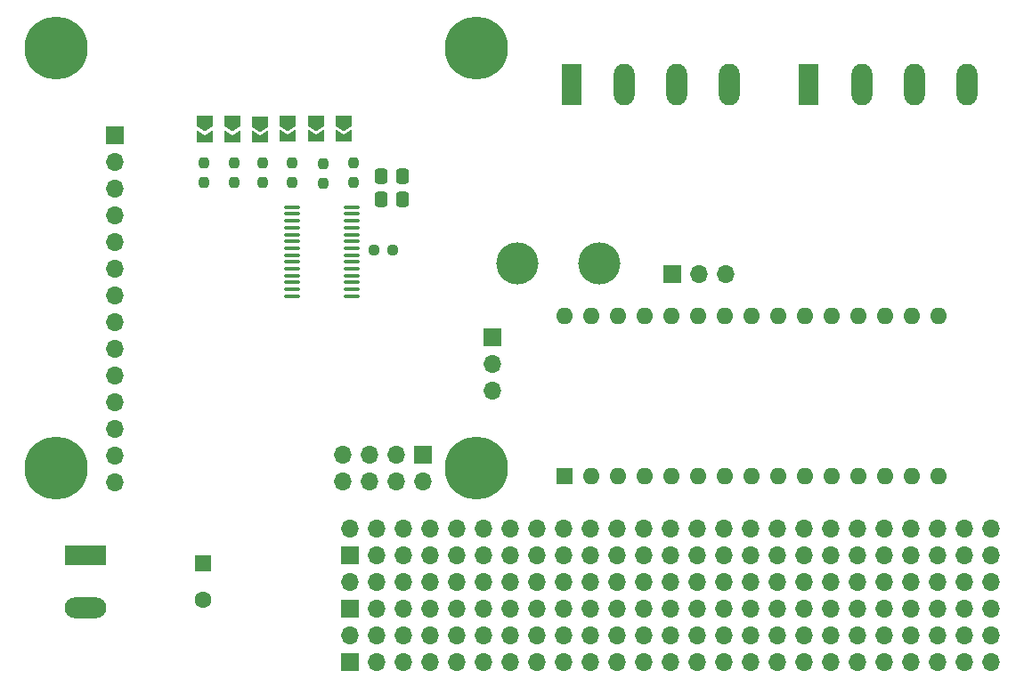
<source format=gbr>
%TF.GenerationSoftware,KiCad,Pcbnew,8.0.1*%
%TF.CreationDate,2024-04-22T23:19:20-07:00*%
%TF.ProjectId,ThrottleControlBoard,5468726f-7474-46c6-9543-6f6e74726f6c,rev?*%
%TF.SameCoordinates,Original*%
%TF.FileFunction,Soldermask,Top*%
%TF.FilePolarity,Negative*%
%FSLAX46Y46*%
G04 Gerber Fmt 4.6, Leading zero omitted, Abs format (unit mm)*
G04 Created by KiCad (PCBNEW 8.0.1) date 2024-04-22 23:19:20*
%MOMM*%
%LPD*%
G01*
G04 APERTURE LIST*
G04 Aperture macros list*
%AMRoundRect*
0 Rectangle with rounded corners*
0 $1 Rounding radius*
0 $2 $3 $4 $5 $6 $7 $8 $9 X,Y pos of 4 corners*
0 Add a 4 corners polygon primitive as box body*
4,1,4,$2,$3,$4,$5,$6,$7,$8,$9,$2,$3,0*
0 Add four circle primitives for the rounded corners*
1,1,$1+$1,$2,$3*
1,1,$1+$1,$4,$5*
1,1,$1+$1,$6,$7*
1,1,$1+$1,$8,$9*
0 Add four rect primitives between the rounded corners*
20,1,$1+$1,$2,$3,$4,$5,0*
20,1,$1+$1,$4,$5,$6,$7,0*
20,1,$1+$1,$6,$7,$8,$9,0*
20,1,$1+$1,$8,$9,$2,$3,0*%
%AMFreePoly0*
4,1,6,0.500000,-0.750000,-0.650000,-0.750000,-0.150000,0.000000,-0.650000,0.750000,0.500000,0.750000,0.500000,-0.750000,0.500000,-0.750000,$1*%
%AMFreePoly1*
4,1,6,1.000000,0.000000,0.500000,-0.750000,-0.500000,-0.750000,-0.500000,0.750000,0.500000,0.750000,1.000000,0.000000,1.000000,0.000000,$1*%
G04 Aperture macros list end*
%ADD10R,1.700000X1.700000*%
%ADD11O,1.700000X1.700000*%
%ADD12C,4.000000*%
%ADD13R,1.600000X1.600000*%
%ADD14C,1.600000*%
%ADD15RoundRect,0.250000X-0.337500X-0.475000X0.337500X-0.475000X0.337500X0.475000X-0.337500X0.475000X0*%
%ADD16RoundRect,0.237500X-0.250000X-0.237500X0.250000X-0.237500X0.250000X0.237500X-0.250000X0.237500X0*%
%ADD17FreePoly0,270.000000*%
%ADD18FreePoly1,270.000000*%
%ADD19R,3.960000X1.980000*%
%ADD20O,3.960000X1.980000*%
%ADD21O,1.980000X3.960000*%
%ADD22R,1.980000X3.960000*%
%ADD23RoundRect,0.237500X0.237500X-0.250000X0.237500X0.250000X-0.237500X0.250000X-0.237500X-0.250000X0*%
%ADD24C,6.000000*%
%ADD25RoundRect,0.100000X-0.637500X-0.100000X0.637500X-0.100000X0.637500X0.100000X-0.637500X0.100000X0*%
%ADD26O,1.600000X1.600000*%
G04 APERTURE END LIST*
D10*
%TO.C,J6*%
X27940000Y-58420000D03*
D11*
X27940000Y-55880000D03*
X30480000Y-58420000D03*
X30480000Y-55880000D03*
X33020000Y-58420000D03*
X33020000Y-55880000D03*
X35560000Y-58420000D03*
X35560000Y-55880000D03*
X38100000Y-58420000D03*
X38100000Y-55880000D03*
X40640000Y-58420000D03*
X40640000Y-55880000D03*
X43180000Y-58420000D03*
X43180000Y-55880000D03*
X45720000Y-58420000D03*
X45720000Y-55880000D03*
X48260000Y-58420000D03*
X48260000Y-55880000D03*
X50800000Y-58420000D03*
X50800000Y-55880000D03*
X53340000Y-58420000D03*
X53340000Y-55880000D03*
X55880000Y-58420000D03*
X55880000Y-55880000D03*
X58420000Y-58420000D03*
X58420000Y-55880000D03*
X60960000Y-58420000D03*
X60960000Y-55880000D03*
X63500000Y-58420000D03*
X63500000Y-55880000D03*
X66040000Y-58420000D03*
X66040000Y-55880000D03*
X68580000Y-58420000D03*
X68580000Y-55880000D03*
X71120000Y-58420000D03*
X71120000Y-55880000D03*
X73660000Y-58420000D03*
X73660000Y-55880000D03*
X76200000Y-58420000D03*
X76200000Y-55880000D03*
X78740000Y-58420000D03*
X78740000Y-55880000D03*
X81280000Y-58420000D03*
X81280000Y-55880000D03*
X83820000Y-58420000D03*
X83820000Y-55880000D03*
X86360000Y-58420000D03*
X86360000Y-55880000D03*
X88900000Y-58420000D03*
X88900000Y-55880000D03*
%TD*%
D10*
%TO.C,J7*%
X27940000Y-53340000D03*
D11*
X27940000Y-50800000D03*
X30480000Y-53340000D03*
X30480000Y-50800000D03*
X33020000Y-53340000D03*
X33020000Y-50800000D03*
X35560000Y-53340000D03*
X35560000Y-50800000D03*
X38100000Y-53340000D03*
X38100000Y-50800000D03*
X40640000Y-53340000D03*
X40640000Y-50800000D03*
X43180000Y-53340000D03*
X43180000Y-50800000D03*
X45720000Y-53340000D03*
X45720000Y-50800000D03*
X48260000Y-53340000D03*
X48260000Y-50800000D03*
X50800000Y-53340000D03*
X50800000Y-50800000D03*
X53340000Y-53340000D03*
X53340000Y-50800000D03*
X55880000Y-53340000D03*
X55880000Y-50800000D03*
X58420000Y-53340000D03*
X58420000Y-50800000D03*
X60960000Y-53340000D03*
X60960000Y-50800000D03*
X63500000Y-53340000D03*
X63500000Y-50800000D03*
X66040000Y-53340000D03*
X66040000Y-50800000D03*
X68580000Y-53340000D03*
X68580000Y-50800000D03*
X71120000Y-53340000D03*
X71120000Y-50800000D03*
X73660000Y-53340000D03*
X73660000Y-50800000D03*
X76200000Y-53340000D03*
X76200000Y-50800000D03*
X78740000Y-53340000D03*
X78740000Y-50800000D03*
X81280000Y-53340000D03*
X81280000Y-50800000D03*
X83820000Y-53340000D03*
X83820000Y-50800000D03*
X86360000Y-53340000D03*
X86360000Y-50800000D03*
X88900000Y-53340000D03*
X88900000Y-50800000D03*
%TD*%
D10*
%TO.C,J10*%
X27940000Y-48260000D03*
D11*
X27940000Y-45720000D03*
X30480000Y-48260000D03*
X30480000Y-45720000D03*
X33020000Y-48260000D03*
X33020000Y-45720000D03*
X35560000Y-48260000D03*
X35560000Y-45720000D03*
X38100000Y-48260000D03*
X38100000Y-45720000D03*
X40640000Y-48260000D03*
X40640000Y-45720000D03*
X43180000Y-48260000D03*
X43180000Y-45720000D03*
X45720000Y-48260000D03*
X45720000Y-45720000D03*
X48260000Y-48260000D03*
X48260000Y-45720000D03*
X50800000Y-48260000D03*
X50800000Y-45720000D03*
X53340000Y-48260000D03*
X53340000Y-45720000D03*
X55880000Y-48260000D03*
X55880000Y-45720000D03*
X58420000Y-48260000D03*
X58420000Y-45720000D03*
X60960000Y-48260000D03*
X60960000Y-45720000D03*
X63500000Y-48260000D03*
X63500000Y-45720000D03*
X66040000Y-48260000D03*
X66040000Y-45720000D03*
X68580000Y-48260000D03*
X68580000Y-45720000D03*
X71120000Y-48260000D03*
X71120000Y-45720000D03*
X73660000Y-48260000D03*
X73660000Y-45720000D03*
X76200000Y-48260000D03*
X76200000Y-45720000D03*
X78740000Y-48260000D03*
X78740000Y-45720000D03*
X81280000Y-48260000D03*
X81280000Y-45720000D03*
X83820000Y-48260000D03*
X83820000Y-45720000D03*
X86360000Y-48260000D03*
X86360000Y-45720000D03*
X88900000Y-48260000D03*
X88900000Y-45720000D03*
%TD*%
D12*
%TO.C,TP2*%
X43870000Y-20490000D03*
%TD*%
%TO.C,TP1*%
X51670000Y-20540000D03*
%TD*%
D11*
%TO.C,RV1*%
X63670000Y-21510000D03*
X61130000Y-21510000D03*
D10*
X58590000Y-21510000D03*
%TD*%
D13*
%TO.C,C8*%
X13980000Y-49067349D03*
D14*
X13980000Y-52567349D03*
%TD*%
D15*
%TO.C,C2*%
X30902500Y-14420000D03*
X32977500Y-14420000D03*
%TD*%
%TO.C,C1*%
X30902500Y-12220000D03*
X32977500Y-12220000D03*
%TD*%
D11*
%TO.C,SW2*%
X41510000Y-32610000D03*
X41510000Y-30070000D03*
D10*
X41510000Y-27530000D03*
%TD*%
D16*
%TO.C,R7*%
X30215000Y-19250000D03*
X32040000Y-19250000D03*
%TD*%
D17*
%TO.C,JP5*%
X27350000Y-8410000D03*
D18*
X27350000Y-6960000D03*
%TD*%
%TO.C,JP4*%
X14150000Y-7020000D03*
D17*
X14150000Y-8470000D03*
%TD*%
D18*
%TO.C,JP3*%
X16750000Y-7020000D03*
D17*
X16750000Y-8470000D03*
%TD*%
D18*
%TO.C,JP2*%
X19400000Y-7030000D03*
D17*
X19400000Y-8480000D03*
%TD*%
D18*
%TO.C,JP0*%
X24710000Y-7000000D03*
D17*
X24710000Y-8450000D03*
%TD*%
D19*
%TO.C,J5*%
X2800000Y-48260000D03*
D20*
X2800000Y-53260000D03*
%TD*%
D21*
%TO.C,J4*%
X86600000Y-3530000D03*
X81600000Y-3530000D03*
X76600000Y-3530000D03*
D22*
X71600000Y-3530000D03*
%TD*%
D10*
%TO.C,J3*%
X5590000Y-8300000D03*
D11*
X5590000Y-10840000D03*
X5590000Y-13380000D03*
X5590000Y-15920000D03*
X5590000Y-18460000D03*
X5590000Y-21000000D03*
X5590000Y-23540000D03*
X5590000Y-26080000D03*
X5590000Y-28620000D03*
X5590000Y-31160000D03*
X5590000Y-33700000D03*
X5590000Y-36240000D03*
X5590000Y-38780000D03*
X5590000Y-41320000D03*
%TD*%
D21*
%TO.C,J2*%
X64020000Y-3470000D03*
X59020000Y-3470000D03*
X54020000Y-3470000D03*
D22*
X49020000Y-3470000D03*
%TD*%
D23*
%TO.C,R6*%
X22490000Y-12815000D03*
X22490000Y-10990000D03*
%TD*%
%TO.C,R5*%
X25390000Y-12865000D03*
X25390000Y-11040000D03*
%TD*%
%TO.C,R4*%
X16920000Y-12785000D03*
X16920000Y-10960000D03*
%TD*%
%TO.C,R3*%
X19680000Y-12785000D03*
X19680000Y-10960000D03*
%TD*%
%TO.C,R2*%
X28320000Y-12805000D03*
X28320000Y-10980000D03*
%TD*%
%TO.C,R1*%
X14100000Y-12785000D03*
X14100000Y-10960000D03*
%TD*%
D18*
%TO.C,JP1*%
X22060000Y-6990000D03*
D17*
X22060000Y-8440000D03*
%TD*%
D24*
%TO.C,REF\u002A\u002A*%
X40000000Y-40000000D03*
%TD*%
%TO.C,REF\u002A\u002A*%
X0Y-40000000D03*
%TD*%
%TO.C,REF\u002A\u002A*%
X40000000Y0D03*
%TD*%
%TO.C,REF\u002A\u002A*%
X0Y0D03*
%TD*%
D25*
%TO.C,U1*%
X22440000Y-15175000D03*
X22440000Y-15825000D03*
X22440000Y-16475000D03*
X22440000Y-17125000D03*
X22440000Y-17775000D03*
X22440000Y-18425000D03*
X22440000Y-19075000D03*
X22440000Y-19725000D03*
X22440000Y-20375000D03*
X22440000Y-21025000D03*
X22440000Y-21675000D03*
X22440000Y-22325000D03*
X22440000Y-22975000D03*
X22440000Y-23625000D03*
X28165000Y-23625000D03*
X28165000Y-22975000D03*
X28165000Y-22325000D03*
X28165000Y-21675000D03*
X28165000Y-21025000D03*
X28165000Y-20375000D03*
X28165000Y-19725000D03*
X28165000Y-19075000D03*
X28165000Y-18425000D03*
X28165000Y-17775000D03*
X28165000Y-17125000D03*
X28165000Y-16475000D03*
X28165000Y-15825000D03*
X28165000Y-15175000D03*
%TD*%
D10*
%TO.C,J1*%
X34920000Y-38730000D03*
D11*
X34920000Y-41270000D03*
X32380000Y-38730000D03*
X32380000Y-41270000D03*
X29840000Y-38730000D03*
X29840000Y-41270000D03*
X27300000Y-38730000D03*
X27300000Y-41270000D03*
%TD*%
D26*
%TO.C,A1*%
X48390000Y-25520000D03*
X50930000Y-25520000D03*
X53470000Y-25520000D03*
X56010000Y-25520000D03*
X58550000Y-25520000D03*
X61090000Y-25520000D03*
X63630000Y-25520000D03*
X66170000Y-25520000D03*
X68710000Y-25520000D03*
X71250000Y-25520000D03*
X73790000Y-25520000D03*
X76330000Y-25520000D03*
X78870000Y-25520000D03*
X81410000Y-25520000D03*
X83950000Y-25520000D03*
X83950000Y-40760000D03*
X81410000Y-40760000D03*
X78870000Y-40760000D03*
X76330000Y-40760000D03*
X73790000Y-40760000D03*
X71250000Y-40760000D03*
X68710000Y-40760000D03*
X66170000Y-40760000D03*
X63630000Y-40760000D03*
X61090000Y-40760000D03*
X58550000Y-40760000D03*
X56010000Y-40760000D03*
X53470000Y-40760000D03*
X50930000Y-40760000D03*
D13*
X48390000Y-40760000D03*
%TD*%
M02*

</source>
